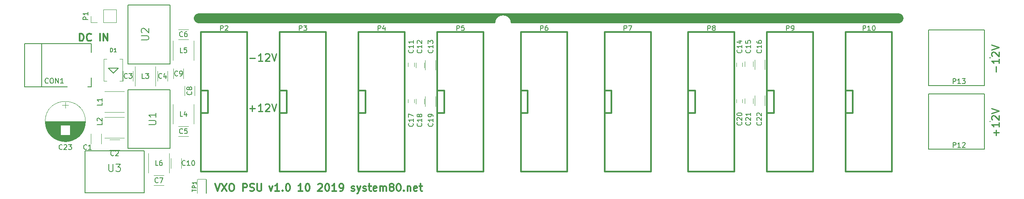
<source format=gto>
G04 #@! TF.FileFunction,Legend,Top*
%FSLAX46Y46*%
G04 Gerber Fmt 4.6, Leading zero omitted, Abs format (unit mm)*
G04 Created by KiCad (PCBNEW 4.0.2-stable) date 2019-10-18 11:27:55 AM*
%MOMM*%
G01*
G04 APERTURE LIST*
%ADD10C,0.200000*%
%ADD11C,0.250000*%
%ADD12C,0.300000*%
%ADD13C,2.000000*%
%ADD14C,0.120000*%
%ADD15C,0.066040*%
%ADD16C,0.101600*%
%ADD17C,0.203200*%
%ADD18C,0.150000*%
%ADD19C,0.304800*%
%ADD20C,0.299720*%
%ADD21C,0.152400*%
%ADD22C,3.200000*%
%ADD23R,1.700000X1.100000*%
%ADD24R,1.100000X1.700000*%
%ADD25R,2.497760X2.497760*%
%ADD26R,1.700000X2.900000*%
%ADD27C,1.850000*%
%ADD28R,1.850000X1.850000*%
%ADD29O,2.100000X1.600000*%
%ADD30R,2.100000X1.600000*%
%ADD31R,1.300000X4.000000*%
%ADD32R,4.000000X1.300000*%
%ADD33R,2.100000X4.100000*%
%ADD34R,2.100000X5.100000*%
%ADD35R,4.100000X2.100000*%
%ADD36R,1.800000X2.600000*%
%ADD37O,1.800000X2.600000*%
%ADD38R,0.850000X0.900000*%
%ADD39R,1.350000X1.100000*%
%ADD40R,1.700000X1.700000*%
%ADD41C,1.700000*%
%ADD42C,1.624000*%
%ADD43C,1.878000*%
G04 APERTURE END LIST*
D10*
D11*
X232857143Y-103842856D02*
X232857143Y-102699999D01*
X233428571Y-103271428D02*
X232285714Y-103271428D01*
X233428571Y-101199999D02*
X233428571Y-102057142D01*
X233428571Y-101628570D02*
X231928571Y-101628570D01*
X232142857Y-101771427D01*
X232285714Y-101914285D01*
X232357143Y-102057142D01*
X232071429Y-100628571D02*
X232000000Y-100557142D01*
X231928571Y-100414285D01*
X231928571Y-100057142D01*
X232000000Y-99914285D01*
X232071429Y-99842856D01*
X232214286Y-99771428D01*
X232357143Y-99771428D01*
X232571429Y-99842856D01*
X233428571Y-100699999D01*
X233428571Y-99771428D01*
X231928571Y-99342857D02*
X233428571Y-98842857D01*
X231928571Y-98342857D01*
X232857143Y-90892856D02*
X232857143Y-89749999D01*
X233428571Y-88249999D02*
X233428571Y-89107142D01*
X233428571Y-88678570D02*
X231928571Y-88678570D01*
X232142857Y-88821427D01*
X232285714Y-88964285D01*
X232357143Y-89107142D01*
X232071429Y-87678571D02*
X232000000Y-87607142D01*
X231928571Y-87464285D01*
X231928571Y-87107142D01*
X232000000Y-86964285D01*
X232071429Y-86892856D01*
X232214286Y-86821428D01*
X232357143Y-86821428D01*
X232571429Y-86892856D01*
X233428571Y-87749999D01*
X233428571Y-86821428D01*
X231928571Y-86392857D02*
X233428571Y-85892857D01*
X231928571Y-85392857D01*
X81157144Y-98357143D02*
X82300001Y-98357143D01*
X81728572Y-98928571D02*
X81728572Y-97785714D01*
X83800001Y-98928571D02*
X82942858Y-98928571D01*
X83371430Y-98928571D02*
X83371430Y-97428571D01*
X83228573Y-97642857D01*
X83085715Y-97785714D01*
X82942858Y-97857143D01*
X84371429Y-97571429D02*
X84442858Y-97500000D01*
X84585715Y-97428571D01*
X84942858Y-97428571D01*
X85085715Y-97500000D01*
X85157144Y-97571429D01*
X85228572Y-97714286D01*
X85228572Y-97857143D01*
X85157144Y-98071429D01*
X84300001Y-98928571D01*
X85228572Y-98928571D01*
X85657143Y-97428571D02*
X86157143Y-98928571D01*
X86657143Y-97428571D01*
D12*
X74178572Y-113678571D02*
X74678572Y-115178571D01*
X75178572Y-113678571D01*
X75535715Y-113678571D02*
X76535715Y-115178571D01*
X76535715Y-113678571D02*
X75535715Y-115178571D01*
X77392857Y-113678571D02*
X77678571Y-113678571D01*
X77821429Y-113750000D01*
X77964286Y-113892857D01*
X78035714Y-114178571D01*
X78035714Y-114678571D01*
X77964286Y-114964286D01*
X77821429Y-115107143D01*
X77678571Y-115178571D01*
X77392857Y-115178571D01*
X77250000Y-115107143D01*
X77107143Y-114964286D01*
X77035714Y-114678571D01*
X77035714Y-114178571D01*
X77107143Y-113892857D01*
X77250000Y-113750000D01*
X77392857Y-113678571D01*
X79821429Y-115178571D02*
X79821429Y-113678571D01*
X80392857Y-113678571D01*
X80535715Y-113750000D01*
X80607143Y-113821429D01*
X80678572Y-113964286D01*
X80678572Y-114178571D01*
X80607143Y-114321429D01*
X80535715Y-114392857D01*
X80392857Y-114464286D01*
X79821429Y-114464286D01*
X81250000Y-115107143D02*
X81464286Y-115178571D01*
X81821429Y-115178571D01*
X81964286Y-115107143D01*
X82035715Y-115035714D01*
X82107143Y-114892857D01*
X82107143Y-114750000D01*
X82035715Y-114607143D01*
X81964286Y-114535714D01*
X81821429Y-114464286D01*
X81535715Y-114392857D01*
X81392857Y-114321429D01*
X81321429Y-114250000D01*
X81250000Y-114107143D01*
X81250000Y-113964286D01*
X81321429Y-113821429D01*
X81392857Y-113750000D01*
X81535715Y-113678571D01*
X81892857Y-113678571D01*
X82107143Y-113750000D01*
X82750000Y-113678571D02*
X82750000Y-114892857D01*
X82821428Y-115035714D01*
X82892857Y-115107143D01*
X83035714Y-115178571D01*
X83321428Y-115178571D01*
X83464286Y-115107143D01*
X83535714Y-115035714D01*
X83607143Y-114892857D01*
X83607143Y-113678571D01*
X85178574Y-114178571D02*
X85535717Y-115178571D01*
X85892859Y-114178571D01*
X87250002Y-115178571D02*
X86392859Y-115178571D01*
X86821431Y-115178571D02*
X86821431Y-113678571D01*
X86678574Y-113892857D01*
X86535716Y-114035714D01*
X86392859Y-114107143D01*
X87892859Y-115035714D02*
X87964287Y-115107143D01*
X87892859Y-115178571D01*
X87821430Y-115107143D01*
X87892859Y-115035714D01*
X87892859Y-115178571D01*
X88892859Y-113678571D02*
X89035716Y-113678571D01*
X89178573Y-113750000D01*
X89250002Y-113821429D01*
X89321431Y-113964286D01*
X89392859Y-114250000D01*
X89392859Y-114607143D01*
X89321431Y-114892857D01*
X89250002Y-115035714D01*
X89178573Y-115107143D01*
X89035716Y-115178571D01*
X88892859Y-115178571D01*
X88750002Y-115107143D01*
X88678573Y-115035714D01*
X88607145Y-114892857D01*
X88535716Y-114607143D01*
X88535716Y-114250000D01*
X88607145Y-113964286D01*
X88678573Y-113821429D01*
X88750002Y-113750000D01*
X88892859Y-113678571D01*
X91964287Y-115178571D02*
X91107144Y-115178571D01*
X91535716Y-115178571D02*
X91535716Y-113678571D01*
X91392859Y-113892857D01*
X91250001Y-114035714D01*
X91107144Y-114107143D01*
X92892858Y-113678571D02*
X93035715Y-113678571D01*
X93178572Y-113750000D01*
X93250001Y-113821429D01*
X93321430Y-113964286D01*
X93392858Y-114250000D01*
X93392858Y-114607143D01*
X93321430Y-114892857D01*
X93250001Y-115035714D01*
X93178572Y-115107143D01*
X93035715Y-115178571D01*
X92892858Y-115178571D01*
X92750001Y-115107143D01*
X92678572Y-115035714D01*
X92607144Y-114892857D01*
X92535715Y-114607143D01*
X92535715Y-114250000D01*
X92607144Y-113964286D01*
X92678572Y-113821429D01*
X92750001Y-113750000D01*
X92892858Y-113678571D01*
X95107143Y-113821429D02*
X95178572Y-113750000D01*
X95321429Y-113678571D01*
X95678572Y-113678571D01*
X95821429Y-113750000D01*
X95892858Y-113821429D01*
X95964286Y-113964286D01*
X95964286Y-114107143D01*
X95892858Y-114321429D01*
X95035715Y-115178571D01*
X95964286Y-115178571D01*
X96892857Y-113678571D02*
X97035714Y-113678571D01*
X97178571Y-113750000D01*
X97250000Y-113821429D01*
X97321429Y-113964286D01*
X97392857Y-114250000D01*
X97392857Y-114607143D01*
X97321429Y-114892857D01*
X97250000Y-115035714D01*
X97178571Y-115107143D01*
X97035714Y-115178571D01*
X96892857Y-115178571D01*
X96750000Y-115107143D01*
X96678571Y-115035714D01*
X96607143Y-114892857D01*
X96535714Y-114607143D01*
X96535714Y-114250000D01*
X96607143Y-113964286D01*
X96678571Y-113821429D01*
X96750000Y-113750000D01*
X96892857Y-113678571D01*
X98821428Y-115178571D02*
X97964285Y-115178571D01*
X98392857Y-115178571D02*
X98392857Y-113678571D01*
X98250000Y-113892857D01*
X98107142Y-114035714D01*
X97964285Y-114107143D01*
X99535713Y-115178571D02*
X99821428Y-115178571D01*
X99964285Y-115107143D01*
X100035713Y-115035714D01*
X100178571Y-114821429D01*
X100249999Y-114535714D01*
X100249999Y-113964286D01*
X100178571Y-113821429D01*
X100107142Y-113750000D01*
X99964285Y-113678571D01*
X99678571Y-113678571D01*
X99535713Y-113750000D01*
X99464285Y-113821429D01*
X99392856Y-113964286D01*
X99392856Y-114321429D01*
X99464285Y-114464286D01*
X99535713Y-114535714D01*
X99678571Y-114607143D01*
X99964285Y-114607143D01*
X100107142Y-114535714D01*
X100178571Y-114464286D01*
X100249999Y-114321429D01*
X101892857Y-115107143D02*
X102035714Y-115178571D01*
X102321429Y-115178571D01*
X102464286Y-115107143D01*
X102535714Y-114964286D01*
X102535714Y-114892857D01*
X102464286Y-114750000D01*
X102321429Y-114678571D01*
X102107143Y-114678571D01*
X101964286Y-114607143D01*
X101892857Y-114464286D01*
X101892857Y-114392857D01*
X101964286Y-114250000D01*
X102107143Y-114178571D01*
X102321429Y-114178571D01*
X102464286Y-114250000D01*
X103035715Y-114178571D02*
X103392858Y-115178571D01*
X103750000Y-114178571D02*
X103392858Y-115178571D01*
X103250000Y-115535714D01*
X103178572Y-115607143D01*
X103035715Y-115678571D01*
X104250000Y-115107143D02*
X104392857Y-115178571D01*
X104678572Y-115178571D01*
X104821429Y-115107143D01*
X104892857Y-114964286D01*
X104892857Y-114892857D01*
X104821429Y-114750000D01*
X104678572Y-114678571D01*
X104464286Y-114678571D01*
X104321429Y-114607143D01*
X104250000Y-114464286D01*
X104250000Y-114392857D01*
X104321429Y-114250000D01*
X104464286Y-114178571D01*
X104678572Y-114178571D01*
X104821429Y-114250000D01*
X105321429Y-114178571D02*
X105892858Y-114178571D01*
X105535715Y-113678571D02*
X105535715Y-114964286D01*
X105607143Y-115107143D01*
X105750001Y-115178571D01*
X105892858Y-115178571D01*
X106964286Y-115107143D02*
X106821429Y-115178571D01*
X106535715Y-115178571D01*
X106392858Y-115107143D01*
X106321429Y-114964286D01*
X106321429Y-114392857D01*
X106392858Y-114250000D01*
X106535715Y-114178571D01*
X106821429Y-114178571D01*
X106964286Y-114250000D01*
X107035715Y-114392857D01*
X107035715Y-114535714D01*
X106321429Y-114678571D01*
X107678572Y-115178571D02*
X107678572Y-114178571D01*
X107678572Y-114321429D02*
X107750000Y-114250000D01*
X107892858Y-114178571D01*
X108107143Y-114178571D01*
X108250000Y-114250000D01*
X108321429Y-114392857D01*
X108321429Y-115178571D01*
X108321429Y-114392857D02*
X108392858Y-114250000D01*
X108535715Y-114178571D01*
X108750000Y-114178571D01*
X108892858Y-114250000D01*
X108964286Y-114392857D01*
X108964286Y-115178571D01*
X109892858Y-114321429D02*
X109750000Y-114250000D01*
X109678572Y-114178571D01*
X109607143Y-114035714D01*
X109607143Y-113964286D01*
X109678572Y-113821429D01*
X109750000Y-113750000D01*
X109892858Y-113678571D01*
X110178572Y-113678571D01*
X110321429Y-113750000D01*
X110392858Y-113821429D01*
X110464286Y-113964286D01*
X110464286Y-114035714D01*
X110392858Y-114178571D01*
X110321429Y-114250000D01*
X110178572Y-114321429D01*
X109892858Y-114321429D01*
X109750000Y-114392857D01*
X109678572Y-114464286D01*
X109607143Y-114607143D01*
X109607143Y-114892857D01*
X109678572Y-115035714D01*
X109750000Y-115107143D01*
X109892858Y-115178571D01*
X110178572Y-115178571D01*
X110321429Y-115107143D01*
X110392858Y-115035714D01*
X110464286Y-114892857D01*
X110464286Y-114607143D01*
X110392858Y-114464286D01*
X110321429Y-114392857D01*
X110178572Y-114321429D01*
X111392857Y-113678571D02*
X111535714Y-113678571D01*
X111678571Y-113750000D01*
X111750000Y-113821429D01*
X111821429Y-113964286D01*
X111892857Y-114250000D01*
X111892857Y-114607143D01*
X111821429Y-114892857D01*
X111750000Y-115035714D01*
X111678571Y-115107143D01*
X111535714Y-115178571D01*
X111392857Y-115178571D01*
X111250000Y-115107143D01*
X111178571Y-115035714D01*
X111107143Y-114892857D01*
X111035714Y-114607143D01*
X111035714Y-114250000D01*
X111107143Y-113964286D01*
X111178571Y-113821429D01*
X111250000Y-113750000D01*
X111392857Y-113678571D01*
X112535714Y-115035714D02*
X112607142Y-115107143D01*
X112535714Y-115178571D01*
X112464285Y-115107143D01*
X112535714Y-115035714D01*
X112535714Y-115178571D01*
X113250000Y-114178571D02*
X113250000Y-115178571D01*
X113250000Y-114321429D02*
X113321428Y-114250000D01*
X113464286Y-114178571D01*
X113678571Y-114178571D01*
X113821428Y-114250000D01*
X113892857Y-114392857D01*
X113892857Y-115178571D01*
X115178571Y-115107143D02*
X115035714Y-115178571D01*
X114750000Y-115178571D01*
X114607143Y-115107143D01*
X114535714Y-114964286D01*
X114535714Y-114392857D01*
X114607143Y-114250000D01*
X114750000Y-114178571D01*
X115035714Y-114178571D01*
X115178571Y-114250000D01*
X115250000Y-114392857D01*
X115250000Y-114535714D01*
X114535714Y-114678571D01*
X115678571Y-114178571D02*
X116250000Y-114178571D01*
X115892857Y-113678571D02*
X115892857Y-114964286D01*
X115964285Y-115107143D01*
X116107143Y-115178571D01*
X116250000Y-115178571D01*
X46642857Y-84578571D02*
X46642857Y-83078571D01*
X47000000Y-83078571D01*
X47214285Y-83150000D01*
X47357143Y-83292857D01*
X47428571Y-83435714D01*
X47500000Y-83721429D01*
X47500000Y-83935714D01*
X47428571Y-84221429D01*
X47357143Y-84364286D01*
X47214285Y-84507143D01*
X47000000Y-84578571D01*
X46642857Y-84578571D01*
X49000000Y-84435714D02*
X48928571Y-84507143D01*
X48714285Y-84578571D01*
X48571428Y-84578571D01*
X48357143Y-84507143D01*
X48214285Y-84364286D01*
X48142857Y-84221429D01*
X48071428Y-83935714D01*
X48071428Y-83721429D01*
X48142857Y-83435714D01*
X48214285Y-83292857D01*
X48357143Y-83150000D01*
X48571428Y-83078571D01*
X48714285Y-83078571D01*
X48928571Y-83150000D01*
X49000000Y-83221429D01*
X50785714Y-84578571D02*
X50785714Y-83078571D01*
X51500000Y-84578571D02*
X51500000Y-83078571D01*
X52357143Y-84578571D01*
X52357143Y-83078571D01*
D11*
X81157144Y-88107143D02*
X82300001Y-88107143D01*
X83800001Y-88678571D02*
X82942858Y-88678571D01*
X83371430Y-88678571D02*
X83371430Y-87178571D01*
X83228573Y-87392857D01*
X83085715Y-87535714D01*
X82942858Y-87607143D01*
X84371429Y-87321429D02*
X84442858Y-87250000D01*
X84585715Y-87178571D01*
X84942858Y-87178571D01*
X85085715Y-87250000D01*
X85157144Y-87321429D01*
X85228572Y-87464286D01*
X85228572Y-87607143D01*
X85157144Y-87821429D01*
X84300001Y-88678571D01*
X85228572Y-88678571D01*
X85657143Y-87178571D02*
X86157143Y-88678571D01*
X86657143Y-87178571D01*
D13*
X70840000Y-80000000D02*
X213000000Y-80000000D01*
D14*
X51020000Y-105500000D02*
X51020000Y-103500000D01*
X48980000Y-103500000D02*
X48980000Y-105500000D01*
X52750000Y-106770000D02*
X54750000Y-106770000D01*
X54750000Y-104730000D02*
X52750000Y-104730000D01*
X55480000Y-90750000D02*
X55480000Y-92750000D01*
X57520000Y-92750000D02*
X57520000Y-90750000D01*
X62480000Y-90750000D02*
X62480000Y-92750000D01*
X64520000Y-92750000D02*
X64520000Y-90750000D01*
X68750000Y-101980000D02*
X66750000Y-101980000D01*
X66750000Y-104020000D02*
X68750000Y-104020000D01*
X66750000Y-84270000D02*
X68750000Y-84270000D01*
X68750000Y-82230000D02*
X66750000Y-82230000D01*
X63750000Y-111980000D02*
X61750000Y-111980000D01*
X61750000Y-114020000D02*
X63750000Y-114020000D01*
X67980000Y-93750000D02*
X67980000Y-95750000D01*
X70020000Y-95750000D02*
X70020000Y-93750000D01*
X65730000Y-90250000D02*
X65730000Y-92250000D01*
X67770000Y-92250000D02*
X67770000Y-90250000D01*
X67270000Y-110500000D02*
X67270000Y-108500000D01*
X65230000Y-108500000D02*
X65230000Y-110500000D01*
D15*
X54589660Y-92760600D02*
X52410340Y-92760600D01*
X54589660Y-88239400D02*
X52410340Y-88239400D01*
X55399920Y-91848740D02*
X55399920Y-91297560D01*
X51600080Y-91848740D02*
X51600080Y-91297560D01*
D16*
X51595000Y-92760600D02*
X51595000Y-88239400D01*
X55405000Y-92760600D02*
X55405000Y-88239400D01*
X55405000Y-92760600D02*
X51595000Y-92760600D01*
X55405000Y-88239400D02*
X51595000Y-88239400D01*
D17*
X52501780Y-90109500D02*
X53500000Y-91128040D01*
X53500000Y-91128040D02*
X54498220Y-90109500D01*
X54498220Y-90109500D02*
X52501780Y-90109500D01*
D18*
X72400000Y-115650000D02*
X72400000Y-112850000D01*
X70600000Y-115650000D02*
X70600000Y-112850000D01*
X70600000Y-112850000D02*
X72400000Y-112850000D01*
X72400000Y-115650000D02*
X70600000Y-115650000D01*
X56500000Y-100500000D02*
X56500000Y-94500000D01*
X56500000Y-94500000D02*
X65000000Y-94500000D01*
X65000000Y-94500000D02*
X65000000Y-106500000D01*
X65000000Y-106500000D02*
X56500000Y-106500000D01*
X56500000Y-106500000D02*
X56500000Y-100500000D01*
X65000000Y-83250000D02*
X65000000Y-89250000D01*
X65000000Y-89250000D02*
X56500000Y-89250000D01*
X56500000Y-89250000D02*
X56500000Y-77250000D01*
X56500000Y-77250000D02*
X65000000Y-77250000D01*
X65000000Y-77250000D02*
X65000000Y-83250000D01*
X53750000Y-115500000D02*
X47750000Y-115500000D01*
X47750000Y-115500000D02*
X47750000Y-107000000D01*
X47750000Y-107000000D02*
X59750000Y-107000000D01*
X59750000Y-107000000D02*
X59750000Y-115500000D01*
X59750000Y-115500000D02*
X53750000Y-115500000D01*
D19*
X186300000Y-82800000D02*
X186300000Y-111200000D01*
X195700000Y-111200000D02*
X195700000Y-82800000D01*
X195700000Y-82800000D02*
X186300000Y-82800000D01*
X195700000Y-111200000D02*
X186300000Y-111200000D01*
D20*
X186300000Y-99300000D02*
X187700000Y-99300000D01*
X187700000Y-99300000D02*
X187700000Y-94700000D01*
X187700000Y-94700000D02*
X186300000Y-94700000D01*
D19*
X170300000Y-82800000D02*
X170300000Y-111200000D01*
X179700000Y-111200000D02*
X179700000Y-82800000D01*
X179700000Y-82800000D02*
X170300000Y-82800000D01*
X179700000Y-111200000D02*
X170300000Y-111200000D01*
D20*
X170300000Y-99300000D02*
X171700000Y-99300000D01*
X171700000Y-99300000D02*
X171700000Y-94700000D01*
X171700000Y-94700000D02*
X170300000Y-94700000D01*
D19*
X153300000Y-82800000D02*
X153300000Y-111200000D01*
X162700000Y-111200000D02*
X162700000Y-82800000D01*
X162700000Y-82800000D02*
X153300000Y-82800000D01*
X162700000Y-111200000D02*
X153300000Y-111200000D01*
D20*
X153300000Y-99300000D02*
X154700000Y-99300000D01*
X154700000Y-99300000D02*
X154700000Y-94700000D01*
X154700000Y-94700000D02*
X153300000Y-94700000D01*
D19*
X136300000Y-82800000D02*
X136300000Y-111200000D01*
X145700000Y-111200000D02*
X145700000Y-82800000D01*
X145700000Y-82800000D02*
X136300000Y-82800000D01*
X145700000Y-111200000D02*
X136300000Y-111200000D01*
D20*
X136300000Y-99300000D02*
X137700000Y-99300000D01*
X137700000Y-99300000D02*
X137700000Y-94700000D01*
X137700000Y-94700000D02*
X136300000Y-94700000D01*
D19*
X119300000Y-82800000D02*
X119300000Y-111200000D01*
X128700000Y-111200000D02*
X128700000Y-82800000D01*
X128700000Y-82800000D02*
X119300000Y-82800000D01*
X128700000Y-111200000D02*
X119300000Y-111200000D01*
D20*
X119300000Y-99300000D02*
X120700000Y-99300000D01*
X120700000Y-99300000D02*
X120700000Y-94700000D01*
X120700000Y-94700000D02*
X119300000Y-94700000D01*
D19*
X103300000Y-82800000D02*
X103300000Y-111200000D01*
X112700000Y-111200000D02*
X112700000Y-82800000D01*
X112700000Y-82800000D02*
X103300000Y-82800000D01*
X112700000Y-111200000D02*
X103300000Y-111200000D01*
D20*
X103300000Y-99300000D02*
X104700000Y-99300000D01*
X104700000Y-99300000D02*
X104700000Y-94700000D01*
X104700000Y-94700000D02*
X103300000Y-94700000D01*
D19*
X87300000Y-82800000D02*
X87300000Y-111200000D01*
X96700000Y-111200000D02*
X96700000Y-82800000D01*
X96700000Y-82800000D02*
X87300000Y-82800000D01*
X96700000Y-111200000D02*
X87300000Y-111200000D01*
D20*
X87300000Y-99300000D02*
X88700000Y-99300000D01*
X88700000Y-99300000D02*
X88700000Y-94700000D01*
X88700000Y-94700000D02*
X87300000Y-94700000D01*
D14*
X51750000Y-94900000D02*
X55750000Y-94900000D01*
X51750000Y-99100000D02*
X55750000Y-99100000D01*
X51750000Y-100150000D02*
X55750000Y-100150000D01*
X51750000Y-104350000D02*
X55750000Y-104350000D01*
X57900000Y-93750000D02*
X57900000Y-89750000D01*
X62100000Y-93750000D02*
X62100000Y-89750000D01*
D18*
X38910000Y-85100000D02*
X38910000Y-93900000D01*
X49010000Y-85100000D02*
X35510000Y-85100000D01*
X49010000Y-93900000D02*
X49010000Y-85100000D01*
X35510000Y-93900000D02*
X49010000Y-93900000D01*
X35510000Y-89500000D02*
X35510000Y-85100000D01*
X35510000Y-89500000D02*
X35510000Y-93900000D01*
D14*
X54120000Y-80830000D02*
X54120000Y-78170000D01*
X51520000Y-80830000D02*
X54120000Y-80830000D01*
X51520000Y-78170000D02*
X54120000Y-78170000D01*
X51520000Y-80830000D02*
X51520000Y-78170000D01*
X50250000Y-80830000D02*
X48920000Y-80830000D01*
X48920000Y-80830000D02*
X48920000Y-79500000D01*
X65650000Y-101500000D02*
X65650000Y-97500000D01*
X69850000Y-101500000D02*
X69850000Y-97500000D01*
X69850000Y-84500000D02*
X69850000Y-88500000D01*
X65650000Y-84500000D02*
X65650000Y-88500000D01*
X60650000Y-111500000D02*
X60650000Y-107500000D01*
X64850000Y-111500000D02*
X64850000Y-107500000D01*
D19*
X71300000Y-82800000D02*
X71300000Y-111200000D01*
X80700000Y-111200000D02*
X80700000Y-82800000D01*
X80700000Y-82800000D02*
X71300000Y-82800000D01*
X80700000Y-111200000D02*
X71300000Y-111200000D01*
D20*
X71300000Y-99300000D02*
X72700000Y-99300000D01*
X72700000Y-99300000D02*
X72700000Y-94700000D01*
X72700000Y-94700000D02*
X71300000Y-94700000D01*
D19*
X202300000Y-82800000D02*
X202300000Y-111200000D01*
X211700000Y-111200000D02*
X211700000Y-82800000D01*
X211700000Y-82800000D02*
X202300000Y-82800000D01*
X211700000Y-111200000D02*
X202300000Y-111200000D01*
D20*
X202300000Y-99300000D02*
X203700000Y-99300000D01*
X203700000Y-99300000D02*
X203700000Y-94700000D01*
X203700000Y-94700000D02*
X202300000Y-94700000D01*
D14*
X114600000Y-89050000D02*
X114600000Y-89750000D01*
X113400000Y-89750000D02*
X113400000Y-89050000D01*
X114950000Y-89000000D02*
X114950000Y-90000000D01*
X116650000Y-90000000D02*
X116650000Y-89000000D01*
X116880000Y-88500000D02*
X116880000Y-90500000D01*
X118920000Y-90500000D02*
X118920000Y-88500000D01*
X181300000Y-89050000D02*
X181300000Y-89750000D01*
X180100000Y-89750000D02*
X180100000Y-89050000D01*
X181750000Y-88800000D02*
X181750000Y-89800000D01*
X183450000Y-89800000D02*
X183450000Y-88800000D01*
X183780000Y-88400000D02*
X183780000Y-90400000D01*
X185820000Y-90400000D02*
X185820000Y-88400000D01*
X114600000Y-96450000D02*
X114600000Y-97150000D01*
X113400000Y-97150000D02*
X113400000Y-96450000D01*
X114950000Y-96400000D02*
X114950000Y-97400000D01*
X116650000Y-97400000D02*
X116650000Y-96400000D01*
X116880000Y-95900000D02*
X116880000Y-97900000D01*
X118920000Y-97900000D02*
X118920000Y-95900000D01*
X181300000Y-96450000D02*
X181300000Y-97150000D01*
X180100000Y-97150000D02*
X180100000Y-96450000D01*
X181750000Y-96300000D02*
X181750000Y-97300000D01*
X183450000Y-97300000D02*
X183450000Y-96300000D01*
X183780000Y-95750000D02*
X183780000Y-97750000D01*
X185820000Y-97750000D02*
X185820000Y-95750000D01*
X47840000Y-101000000D02*
G75*
G03X47840000Y-101000000I-4090000J0D01*
G01*
X47800000Y-101000000D02*
X39700000Y-101000000D01*
X47800000Y-101040000D02*
X39700000Y-101040000D01*
X47800000Y-101080000D02*
X39700000Y-101080000D01*
X47799000Y-101120000D02*
X39701000Y-101120000D01*
X47797000Y-101160000D02*
X39703000Y-101160000D01*
X47796000Y-101200000D02*
X39704000Y-101200000D01*
X47793000Y-101240000D02*
X39707000Y-101240000D01*
X47791000Y-101280000D02*
X39709000Y-101280000D01*
X47788000Y-101320000D02*
X39712000Y-101320000D01*
X47785000Y-101360000D02*
X39715000Y-101360000D01*
X47781000Y-101400000D02*
X39719000Y-101400000D01*
X47777000Y-101440000D02*
X39723000Y-101440000D01*
X47772000Y-101480000D02*
X39728000Y-101480000D01*
X47767000Y-101520000D02*
X39733000Y-101520000D01*
X47762000Y-101560000D02*
X39738000Y-101560000D01*
X47756000Y-101600000D02*
X39744000Y-101600000D01*
X47750000Y-101640000D02*
X39750000Y-101640000D01*
X47744000Y-101680000D02*
X39756000Y-101680000D01*
X47737000Y-101721000D02*
X39763000Y-101721000D01*
X47729000Y-101761000D02*
X39771000Y-101761000D01*
X47721000Y-101801000D02*
X44730000Y-101801000D01*
X42770000Y-101801000D02*
X39779000Y-101801000D01*
X47713000Y-101841000D02*
X44730000Y-101841000D01*
X42770000Y-101841000D02*
X39787000Y-101841000D01*
X47705000Y-101881000D02*
X44730000Y-101881000D01*
X42770000Y-101881000D02*
X39795000Y-101881000D01*
X47696000Y-101921000D02*
X44730000Y-101921000D01*
X42770000Y-101921000D02*
X39804000Y-101921000D01*
X47686000Y-101961000D02*
X44730000Y-101961000D01*
X42770000Y-101961000D02*
X39814000Y-101961000D01*
X47676000Y-102001000D02*
X44730000Y-102001000D01*
X42770000Y-102001000D02*
X39824000Y-102001000D01*
X47666000Y-102041000D02*
X44730000Y-102041000D01*
X42770000Y-102041000D02*
X39834000Y-102041000D01*
X47655000Y-102081000D02*
X44730000Y-102081000D01*
X42770000Y-102081000D02*
X39845000Y-102081000D01*
X47644000Y-102121000D02*
X44730000Y-102121000D01*
X42770000Y-102121000D02*
X39856000Y-102121000D01*
X47633000Y-102161000D02*
X44730000Y-102161000D01*
X42770000Y-102161000D02*
X39867000Y-102161000D01*
X47620000Y-102201000D02*
X44730000Y-102201000D01*
X42770000Y-102201000D02*
X39880000Y-102201000D01*
X47608000Y-102241000D02*
X44730000Y-102241000D01*
X42770000Y-102241000D02*
X39892000Y-102241000D01*
X47595000Y-102281000D02*
X44730000Y-102281000D01*
X42770000Y-102281000D02*
X39905000Y-102281000D01*
X47582000Y-102321000D02*
X44730000Y-102321000D01*
X42770000Y-102321000D02*
X39918000Y-102321000D01*
X47568000Y-102361000D02*
X44730000Y-102361000D01*
X42770000Y-102361000D02*
X39932000Y-102361000D01*
X47553000Y-102401000D02*
X44730000Y-102401000D01*
X42770000Y-102401000D02*
X39947000Y-102401000D01*
X47539000Y-102441000D02*
X44730000Y-102441000D01*
X42770000Y-102441000D02*
X39961000Y-102441000D01*
X47523000Y-102481000D02*
X44730000Y-102481000D01*
X42770000Y-102481000D02*
X39977000Y-102481000D01*
X47508000Y-102521000D02*
X44730000Y-102521000D01*
X42770000Y-102521000D02*
X39992000Y-102521000D01*
X47491000Y-102561000D02*
X44730000Y-102561000D01*
X42770000Y-102561000D02*
X40009000Y-102561000D01*
X47475000Y-102601000D02*
X44730000Y-102601000D01*
X42770000Y-102601000D02*
X40025000Y-102601000D01*
X47457000Y-102641000D02*
X44730000Y-102641000D01*
X42770000Y-102641000D02*
X40043000Y-102641000D01*
X47440000Y-102681000D02*
X44730000Y-102681000D01*
X42770000Y-102681000D02*
X40060000Y-102681000D01*
X47421000Y-102721000D02*
X44730000Y-102721000D01*
X42770000Y-102721000D02*
X40079000Y-102721000D01*
X47402000Y-102761000D02*
X44730000Y-102761000D01*
X42770000Y-102761000D02*
X40098000Y-102761000D01*
X47383000Y-102801000D02*
X44730000Y-102801000D01*
X42770000Y-102801000D02*
X40117000Y-102801000D01*
X47363000Y-102841000D02*
X44730000Y-102841000D01*
X42770000Y-102841000D02*
X40137000Y-102841000D01*
X47343000Y-102881000D02*
X44730000Y-102881000D01*
X42770000Y-102881000D02*
X40157000Y-102881000D01*
X47322000Y-102921000D02*
X44730000Y-102921000D01*
X42770000Y-102921000D02*
X40178000Y-102921000D01*
X47300000Y-102961000D02*
X44730000Y-102961000D01*
X42770000Y-102961000D02*
X40200000Y-102961000D01*
X47278000Y-103001000D02*
X44730000Y-103001000D01*
X42770000Y-103001000D02*
X40222000Y-103001000D01*
X47255000Y-103041000D02*
X44730000Y-103041000D01*
X42770000Y-103041000D02*
X40245000Y-103041000D01*
X47232000Y-103081000D02*
X44730000Y-103081000D01*
X42770000Y-103081000D02*
X40268000Y-103081000D01*
X47208000Y-103121000D02*
X44730000Y-103121000D01*
X42770000Y-103121000D02*
X40292000Y-103121000D01*
X47184000Y-103161000D02*
X44730000Y-103161000D01*
X42770000Y-103161000D02*
X40316000Y-103161000D01*
X47158000Y-103201000D02*
X44730000Y-103201000D01*
X42770000Y-103201000D02*
X40342000Y-103201000D01*
X47133000Y-103241000D02*
X44730000Y-103241000D01*
X42770000Y-103241000D02*
X40367000Y-103241000D01*
X47106000Y-103281000D02*
X44730000Y-103281000D01*
X42770000Y-103281000D02*
X40394000Y-103281000D01*
X47079000Y-103321000D02*
X44730000Y-103321000D01*
X42770000Y-103321000D02*
X40421000Y-103321000D01*
X47051000Y-103361000D02*
X44730000Y-103361000D01*
X42770000Y-103361000D02*
X40449000Y-103361000D01*
X47022000Y-103401000D02*
X44730000Y-103401000D01*
X42770000Y-103401000D02*
X40478000Y-103401000D01*
X46993000Y-103441000D02*
X44730000Y-103441000D01*
X42770000Y-103441000D02*
X40507000Y-103441000D01*
X46963000Y-103481000D02*
X44730000Y-103481000D01*
X42770000Y-103481000D02*
X40537000Y-103481000D01*
X46932000Y-103521000D02*
X44730000Y-103521000D01*
X42770000Y-103521000D02*
X40568000Y-103521000D01*
X46900000Y-103561000D02*
X44730000Y-103561000D01*
X42770000Y-103561000D02*
X40600000Y-103561000D01*
X46868000Y-103601000D02*
X44730000Y-103601000D01*
X42770000Y-103601000D02*
X40632000Y-103601000D01*
X46834000Y-103641000D02*
X44730000Y-103641000D01*
X42770000Y-103641000D02*
X40666000Y-103641000D01*
X46800000Y-103681000D02*
X44730000Y-103681000D01*
X42770000Y-103681000D02*
X40700000Y-103681000D01*
X46765000Y-103721000D02*
X44730000Y-103721000D01*
X42770000Y-103721000D02*
X40735000Y-103721000D01*
X46729000Y-103761000D02*
X40771000Y-103761000D01*
X46692000Y-103801000D02*
X40808000Y-103801000D01*
X46654000Y-103841000D02*
X40846000Y-103841000D01*
X46615000Y-103881000D02*
X40885000Y-103881000D01*
X46574000Y-103921000D02*
X40926000Y-103921000D01*
X46533000Y-103961000D02*
X40967000Y-103961000D01*
X46490000Y-104001000D02*
X41010000Y-104001000D01*
X46447000Y-104041000D02*
X41053000Y-104041000D01*
X46402000Y-104081000D02*
X41098000Y-104081000D01*
X46355000Y-104121000D02*
X41145000Y-104121000D01*
X46307000Y-104161000D02*
X41193000Y-104161000D01*
X46258000Y-104201000D02*
X41242000Y-104201000D01*
X46207000Y-104241000D02*
X41293000Y-104241000D01*
X46154000Y-104281000D02*
X41346000Y-104281000D01*
X46099000Y-104321000D02*
X41401000Y-104321000D01*
X46043000Y-104361000D02*
X41457000Y-104361000D01*
X45984000Y-104401000D02*
X41516000Y-104401000D01*
X45923000Y-104441000D02*
X41577000Y-104441000D01*
X45859000Y-104481000D02*
X41641000Y-104481000D01*
X45793000Y-104521000D02*
X41707000Y-104521000D01*
X45724000Y-104561000D02*
X41776000Y-104561000D01*
X45652000Y-104601000D02*
X41848000Y-104601000D01*
X45576000Y-104641000D02*
X41924000Y-104641000D01*
X45495000Y-104681000D02*
X42005000Y-104681000D01*
X45410000Y-104721000D02*
X42090000Y-104721000D01*
X45320000Y-104761000D02*
X42180000Y-104761000D01*
X45223000Y-104801000D02*
X42277000Y-104801000D01*
X45119000Y-104841000D02*
X42381000Y-104841000D01*
X45004000Y-104881000D02*
X42496000Y-104881000D01*
X44877000Y-104921000D02*
X42623000Y-104921000D01*
X44733000Y-104961000D02*
X42767000Y-104961000D01*
X44564000Y-105001000D02*
X42936000Y-105001000D01*
X44348000Y-105041000D02*
X43152000Y-105041000D01*
X43996000Y-105081000D02*
X43504000Y-105081000D01*
X43750000Y-97050000D02*
X43750000Y-98250000D01*
X44400000Y-97650000D02*
X43100000Y-97650000D01*
D21*
X219133001Y-106666999D02*
X230466999Y-106666999D01*
X230466999Y-106666999D02*
X230466999Y-95333001D01*
X230466999Y-95333001D02*
X219133001Y-95333001D01*
X219133001Y-95333001D02*
X219133001Y-106666999D01*
X231686201Y-101000000D02*
G75*
G03X231686201Y-101000000I-76200J0D01*
G01*
X219133001Y-93666999D02*
X230466999Y-93666999D01*
X230466999Y-93666999D02*
X230466999Y-82333001D01*
X230466999Y-82333001D02*
X219133001Y-82333001D01*
X219133001Y-82333001D02*
X219133001Y-93666999D01*
X231686201Y-88000000D02*
G75*
G03X231686201Y-88000000I-76200J0D01*
G01*
D18*
X48083334Y-106607143D02*
X48035715Y-106654762D01*
X47892858Y-106702381D01*
X47797620Y-106702381D01*
X47654762Y-106654762D01*
X47559524Y-106559524D01*
X47511905Y-106464286D01*
X47464286Y-106273810D01*
X47464286Y-106130952D01*
X47511905Y-105940476D01*
X47559524Y-105845238D01*
X47654762Y-105750000D01*
X47797620Y-105702381D01*
X47892858Y-105702381D01*
X48035715Y-105750000D01*
X48083334Y-105797619D01*
X49035715Y-106702381D02*
X48464286Y-106702381D01*
X48750000Y-106702381D02*
X48750000Y-105702381D01*
X48654762Y-105845238D01*
X48559524Y-105940476D01*
X48464286Y-105988095D01*
X53583334Y-107857143D02*
X53535715Y-107904762D01*
X53392858Y-107952381D01*
X53297620Y-107952381D01*
X53154762Y-107904762D01*
X53059524Y-107809524D01*
X53011905Y-107714286D01*
X52964286Y-107523810D01*
X52964286Y-107380952D01*
X53011905Y-107190476D01*
X53059524Y-107095238D01*
X53154762Y-107000000D01*
X53297620Y-106952381D01*
X53392858Y-106952381D01*
X53535715Y-107000000D01*
X53583334Y-107047619D01*
X53964286Y-107047619D02*
X54011905Y-107000000D01*
X54107143Y-106952381D01*
X54345239Y-106952381D01*
X54440477Y-107000000D01*
X54488096Y-107047619D01*
X54535715Y-107142857D01*
X54535715Y-107238095D01*
X54488096Y-107380952D01*
X53916667Y-107952381D01*
X54535715Y-107952381D01*
X56333334Y-92107143D02*
X56285715Y-92154762D01*
X56142858Y-92202381D01*
X56047620Y-92202381D01*
X55904762Y-92154762D01*
X55809524Y-92059524D01*
X55761905Y-91964286D01*
X55714286Y-91773810D01*
X55714286Y-91630952D01*
X55761905Y-91440476D01*
X55809524Y-91345238D01*
X55904762Y-91250000D01*
X56047620Y-91202381D01*
X56142858Y-91202381D01*
X56285715Y-91250000D01*
X56333334Y-91297619D01*
X56666667Y-91202381D02*
X57285715Y-91202381D01*
X56952381Y-91583333D01*
X57095239Y-91583333D01*
X57190477Y-91630952D01*
X57238096Y-91678571D01*
X57285715Y-91773810D01*
X57285715Y-92011905D01*
X57238096Y-92107143D01*
X57190477Y-92154762D01*
X57095239Y-92202381D01*
X56809524Y-92202381D01*
X56714286Y-92154762D01*
X56666667Y-92107143D01*
X63333334Y-92107143D02*
X63285715Y-92154762D01*
X63142858Y-92202381D01*
X63047620Y-92202381D01*
X62904762Y-92154762D01*
X62809524Y-92059524D01*
X62761905Y-91964286D01*
X62714286Y-91773810D01*
X62714286Y-91630952D01*
X62761905Y-91440476D01*
X62809524Y-91345238D01*
X62904762Y-91250000D01*
X63047620Y-91202381D01*
X63142858Y-91202381D01*
X63285715Y-91250000D01*
X63333334Y-91297619D01*
X64190477Y-91535714D02*
X64190477Y-92202381D01*
X63952381Y-91154762D02*
X63714286Y-91869048D01*
X64333334Y-91869048D01*
X67583334Y-103357143D02*
X67535715Y-103404762D01*
X67392858Y-103452381D01*
X67297620Y-103452381D01*
X67154762Y-103404762D01*
X67059524Y-103309524D01*
X67011905Y-103214286D01*
X66964286Y-103023810D01*
X66964286Y-102880952D01*
X67011905Y-102690476D01*
X67059524Y-102595238D01*
X67154762Y-102500000D01*
X67297620Y-102452381D01*
X67392858Y-102452381D01*
X67535715Y-102500000D01*
X67583334Y-102547619D01*
X68488096Y-102452381D02*
X68011905Y-102452381D01*
X67964286Y-102928571D01*
X68011905Y-102880952D01*
X68107143Y-102833333D01*
X68345239Y-102833333D01*
X68440477Y-102880952D01*
X68488096Y-102928571D01*
X68535715Y-103023810D01*
X68535715Y-103261905D01*
X68488096Y-103357143D01*
X68440477Y-103404762D01*
X68345239Y-103452381D01*
X68107143Y-103452381D01*
X68011905Y-103404762D01*
X67964286Y-103357143D01*
X67583334Y-83607143D02*
X67535715Y-83654762D01*
X67392858Y-83702381D01*
X67297620Y-83702381D01*
X67154762Y-83654762D01*
X67059524Y-83559524D01*
X67011905Y-83464286D01*
X66964286Y-83273810D01*
X66964286Y-83130952D01*
X67011905Y-82940476D01*
X67059524Y-82845238D01*
X67154762Y-82750000D01*
X67297620Y-82702381D01*
X67392858Y-82702381D01*
X67535715Y-82750000D01*
X67583334Y-82797619D01*
X68440477Y-82702381D02*
X68250000Y-82702381D01*
X68154762Y-82750000D01*
X68107143Y-82797619D01*
X68011905Y-82940476D01*
X67964286Y-83130952D01*
X67964286Y-83511905D01*
X68011905Y-83607143D01*
X68059524Y-83654762D01*
X68154762Y-83702381D01*
X68345239Y-83702381D01*
X68440477Y-83654762D01*
X68488096Y-83607143D01*
X68535715Y-83511905D01*
X68535715Y-83273810D01*
X68488096Y-83178571D01*
X68440477Y-83130952D01*
X68345239Y-83083333D01*
X68154762Y-83083333D01*
X68059524Y-83130952D01*
X68011905Y-83178571D01*
X67964286Y-83273810D01*
X62583334Y-113357143D02*
X62535715Y-113404762D01*
X62392858Y-113452381D01*
X62297620Y-113452381D01*
X62154762Y-113404762D01*
X62059524Y-113309524D01*
X62011905Y-113214286D01*
X61964286Y-113023810D01*
X61964286Y-112880952D01*
X62011905Y-112690476D01*
X62059524Y-112595238D01*
X62154762Y-112500000D01*
X62297620Y-112452381D01*
X62392858Y-112452381D01*
X62535715Y-112500000D01*
X62583334Y-112547619D01*
X62916667Y-112452381D02*
X63583334Y-112452381D01*
X63154762Y-113452381D01*
X69357143Y-94916666D02*
X69404762Y-94964285D01*
X69452381Y-95107142D01*
X69452381Y-95202380D01*
X69404762Y-95345238D01*
X69309524Y-95440476D01*
X69214286Y-95488095D01*
X69023810Y-95535714D01*
X68880952Y-95535714D01*
X68690476Y-95488095D01*
X68595238Y-95440476D01*
X68500000Y-95345238D01*
X68452381Y-95202380D01*
X68452381Y-95107142D01*
X68500000Y-94964285D01*
X68547619Y-94916666D01*
X68880952Y-94345238D02*
X68833333Y-94440476D01*
X68785714Y-94488095D01*
X68690476Y-94535714D01*
X68642857Y-94535714D01*
X68547619Y-94488095D01*
X68500000Y-94440476D01*
X68452381Y-94345238D01*
X68452381Y-94154761D01*
X68500000Y-94059523D01*
X68547619Y-94011904D01*
X68642857Y-93964285D01*
X68690476Y-93964285D01*
X68785714Y-94011904D01*
X68833333Y-94059523D01*
X68880952Y-94154761D01*
X68880952Y-94345238D01*
X68928571Y-94440476D01*
X68976190Y-94488095D01*
X69071429Y-94535714D01*
X69261905Y-94535714D01*
X69357143Y-94488095D01*
X69404762Y-94440476D01*
X69452381Y-94345238D01*
X69452381Y-94154761D01*
X69404762Y-94059523D01*
X69357143Y-94011904D01*
X69261905Y-93964285D01*
X69071429Y-93964285D01*
X68976190Y-94011904D01*
X68928571Y-94059523D01*
X68880952Y-94154761D01*
X66583334Y-91607143D02*
X66535715Y-91654762D01*
X66392858Y-91702381D01*
X66297620Y-91702381D01*
X66154762Y-91654762D01*
X66059524Y-91559524D01*
X66011905Y-91464286D01*
X65964286Y-91273810D01*
X65964286Y-91130952D01*
X66011905Y-90940476D01*
X66059524Y-90845238D01*
X66154762Y-90750000D01*
X66297620Y-90702381D01*
X66392858Y-90702381D01*
X66535715Y-90750000D01*
X66583334Y-90797619D01*
X67059524Y-91702381D02*
X67250000Y-91702381D01*
X67345239Y-91654762D01*
X67392858Y-91607143D01*
X67488096Y-91464286D01*
X67535715Y-91273810D01*
X67535715Y-90892857D01*
X67488096Y-90797619D01*
X67440477Y-90750000D01*
X67345239Y-90702381D01*
X67154762Y-90702381D01*
X67059524Y-90750000D01*
X67011905Y-90797619D01*
X66964286Y-90892857D01*
X66964286Y-91130952D01*
X67011905Y-91226190D01*
X67059524Y-91273810D01*
X67154762Y-91321429D01*
X67345239Y-91321429D01*
X67440477Y-91273810D01*
X67488096Y-91226190D01*
X67535715Y-91130952D01*
X68107143Y-109857143D02*
X68059524Y-109904762D01*
X67916667Y-109952381D01*
X67821429Y-109952381D01*
X67678571Y-109904762D01*
X67583333Y-109809524D01*
X67535714Y-109714286D01*
X67488095Y-109523810D01*
X67488095Y-109380952D01*
X67535714Y-109190476D01*
X67583333Y-109095238D01*
X67678571Y-109000000D01*
X67821429Y-108952381D01*
X67916667Y-108952381D01*
X68059524Y-109000000D01*
X68107143Y-109047619D01*
X69059524Y-109952381D02*
X68488095Y-109952381D01*
X68773809Y-109952381D02*
X68773809Y-108952381D01*
X68678571Y-109095238D01*
X68583333Y-109190476D01*
X68488095Y-109238095D01*
X69678571Y-108952381D02*
X69773810Y-108952381D01*
X69869048Y-109000000D01*
X69916667Y-109047619D01*
X69964286Y-109142857D01*
X70011905Y-109333333D01*
X70011905Y-109571429D01*
X69964286Y-109761905D01*
X69916667Y-109857143D01*
X69869048Y-109904762D01*
X69773810Y-109952381D01*
X69678571Y-109952381D01*
X69583333Y-109904762D01*
X69535714Y-109857143D01*
X69488095Y-109761905D01*
X69440476Y-109571429D01*
X69440476Y-109333333D01*
X69488095Y-109142857D01*
X69535714Y-109047619D01*
X69583333Y-109000000D01*
X69678571Y-108952381D01*
X52909524Y-86861905D02*
X52909524Y-86061905D01*
X53100000Y-86061905D01*
X53214286Y-86100000D01*
X53290477Y-86176190D01*
X53328572Y-86252381D01*
X53366667Y-86404762D01*
X53366667Y-86519048D01*
X53328572Y-86671429D01*
X53290477Y-86747619D01*
X53214286Y-86823810D01*
X53100000Y-86861905D01*
X52909524Y-86861905D01*
X54128572Y-86861905D02*
X53671429Y-86861905D01*
X53900000Y-86861905D02*
X53900000Y-86061905D01*
X53823810Y-86176190D01*
X53747619Y-86252381D01*
X53671429Y-86290476D01*
D21*
X69554895Y-115275675D02*
X69554895Y-114811218D01*
X70367695Y-115043447D02*
X69554895Y-115043447D01*
X70367695Y-114540285D02*
X69554895Y-114540285D01*
X69554895Y-114230647D01*
X69593600Y-114153238D01*
X69632305Y-114114533D01*
X69709714Y-114075828D01*
X69825829Y-114075828D01*
X69903238Y-114114533D01*
X69941943Y-114153238D01*
X69980648Y-114230647D01*
X69980648Y-114540285D01*
X70367695Y-113301733D02*
X70367695Y-113766190D01*
X70367695Y-113533961D02*
X69554895Y-113533961D01*
X69671010Y-113611371D01*
X69748419Y-113688780D01*
X69787124Y-113766190D01*
D18*
X60678571Y-101642857D02*
X61892857Y-101642857D01*
X62035714Y-101571429D01*
X62107143Y-101500000D01*
X62178571Y-101357143D01*
X62178571Y-101071429D01*
X62107143Y-100928571D01*
X62035714Y-100857143D01*
X61892857Y-100785714D01*
X60678571Y-100785714D01*
X62178571Y-99285714D02*
X62178571Y-100142857D01*
X62178571Y-99714285D02*
X60678571Y-99714285D01*
X60892857Y-99857142D01*
X61035714Y-100000000D01*
X61107143Y-100142857D01*
X59178571Y-84392857D02*
X60392857Y-84392857D01*
X60535714Y-84321429D01*
X60607143Y-84250000D01*
X60678571Y-84107143D01*
X60678571Y-83821429D01*
X60607143Y-83678571D01*
X60535714Y-83607143D01*
X60392857Y-83535714D01*
X59178571Y-83535714D01*
X59321429Y-82892857D02*
X59250000Y-82821428D01*
X59178571Y-82678571D01*
X59178571Y-82321428D01*
X59250000Y-82178571D01*
X59321429Y-82107142D01*
X59464286Y-82035714D01*
X59607143Y-82035714D01*
X59821429Y-82107142D01*
X60678571Y-82964285D01*
X60678571Y-82035714D01*
X52607143Y-109678571D02*
X52607143Y-110892857D01*
X52678571Y-111035714D01*
X52750000Y-111107143D01*
X52892857Y-111178571D01*
X53178571Y-111178571D01*
X53321429Y-111107143D01*
X53392857Y-111035714D01*
X53464286Y-110892857D01*
X53464286Y-109678571D01*
X54035715Y-109678571D02*
X54964286Y-109678571D01*
X54464286Y-110250000D01*
X54678572Y-110250000D01*
X54821429Y-110321429D01*
X54892858Y-110392857D01*
X54964286Y-110535714D01*
X54964286Y-110892857D01*
X54892858Y-111035714D01*
X54821429Y-111107143D01*
X54678572Y-111178571D01*
X54250000Y-111178571D01*
X54107143Y-111107143D01*
X54035715Y-111035714D01*
D17*
X190261905Y-82452381D02*
X190261905Y-81452381D01*
X190642858Y-81452381D01*
X190738096Y-81500000D01*
X190785715Y-81547619D01*
X190833334Y-81642857D01*
X190833334Y-81785714D01*
X190785715Y-81880952D01*
X190738096Y-81928571D01*
X190642858Y-81976190D01*
X190261905Y-81976190D01*
X191309524Y-82452381D02*
X191500000Y-82452381D01*
X191595239Y-82404762D01*
X191642858Y-82357143D01*
X191738096Y-82214286D01*
X191785715Y-82023810D01*
X191785715Y-81642857D01*
X191738096Y-81547619D01*
X191690477Y-81500000D01*
X191595239Y-81452381D01*
X191404762Y-81452381D01*
X191309524Y-81500000D01*
X191261905Y-81547619D01*
X191214286Y-81642857D01*
X191214286Y-81880952D01*
X191261905Y-81976190D01*
X191309524Y-82023810D01*
X191404762Y-82071429D01*
X191595239Y-82071429D01*
X191690477Y-82023810D01*
X191738096Y-81976190D01*
X191785715Y-81880952D01*
X174261905Y-82452381D02*
X174261905Y-81452381D01*
X174642858Y-81452381D01*
X174738096Y-81500000D01*
X174785715Y-81547619D01*
X174833334Y-81642857D01*
X174833334Y-81785714D01*
X174785715Y-81880952D01*
X174738096Y-81928571D01*
X174642858Y-81976190D01*
X174261905Y-81976190D01*
X175404762Y-81880952D02*
X175309524Y-81833333D01*
X175261905Y-81785714D01*
X175214286Y-81690476D01*
X175214286Y-81642857D01*
X175261905Y-81547619D01*
X175309524Y-81500000D01*
X175404762Y-81452381D01*
X175595239Y-81452381D01*
X175690477Y-81500000D01*
X175738096Y-81547619D01*
X175785715Y-81642857D01*
X175785715Y-81690476D01*
X175738096Y-81785714D01*
X175690477Y-81833333D01*
X175595239Y-81880952D01*
X175404762Y-81880952D01*
X175309524Y-81928571D01*
X175261905Y-81976190D01*
X175214286Y-82071429D01*
X175214286Y-82261905D01*
X175261905Y-82357143D01*
X175309524Y-82404762D01*
X175404762Y-82452381D01*
X175595239Y-82452381D01*
X175690477Y-82404762D01*
X175738096Y-82357143D01*
X175785715Y-82261905D01*
X175785715Y-82071429D01*
X175738096Y-81976190D01*
X175690477Y-81928571D01*
X175595239Y-81880952D01*
X157261905Y-82452381D02*
X157261905Y-81452381D01*
X157642858Y-81452381D01*
X157738096Y-81500000D01*
X157785715Y-81547619D01*
X157833334Y-81642857D01*
X157833334Y-81785714D01*
X157785715Y-81880952D01*
X157738096Y-81928571D01*
X157642858Y-81976190D01*
X157261905Y-81976190D01*
X158166667Y-81452381D02*
X158833334Y-81452381D01*
X158404762Y-82452381D01*
X140261905Y-82452381D02*
X140261905Y-81452381D01*
X140642858Y-81452381D01*
X140738096Y-81500000D01*
X140785715Y-81547619D01*
X140833334Y-81642857D01*
X140833334Y-81785714D01*
X140785715Y-81880952D01*
X140738096Y-81928571D01*
X140642858Y-81976190D01*
X140261905Y-81976190D01*
X141690477Y-81452381D02*
X141500000Y-81452381D01*
X141404762Y-81500000D01*
X141357143Y-81547619D01*
X141261905Y-81690476D01*
X141214286Y-81880952D01*
X141214286Y-82261905D01*
X141261905Y-82357143D01*
X141309524Y-82404762D01*
X141404762Y-82452381D01*
X141595239Y-82452381D01*
X141690477Y-82404762D01*
X141738096Y-82357143D01*
X141785715Y-82261905D01*
X141785715Y-82023810D01*
X141738096Y-81928571D01*
X141690477Y-81880952D01*
X141595239Y-81833333D01*
X141404762Y-81833333D01*
X141309524Y-81880952D01*
X141261905Y-81928571D01*
X141214286Y-82023810D01*
X123261905Y-82452381D02*
X123261905Y-81452381D01*
X123642858Y-81452381D01*
X123738096Y-81500000D01*
X123785715Y-81547619D01*
X123833334Y-81642857D01*
X123833334Y-81785714D01*
X123785715Y-81880952D01*
X123738096Y-81928571D01*
X123642858Y-81976190D01*
X123261905Y-81976190D01*
X124738096Y-81452381D02*
X124261905Y-81452381D01*
X124214286Y-81928571D01*
X124261905Y-81880952D01*
X124357143Y-81833333D01*
X124595239Y-81833333D01*
X124690477Y-81880952D01*
X124738096Y-81928571D01*
X124785715Y-82023810D01*
X124785715Y-82261905D01*
X124738096Y-82357143D01*
X124690477Y-82404762D01*
X124595239Y-82452381D01*
X124357143Y-82452381D01*
X124261905Y-82404762D01*
X124214286Y-82357143D01*
X107261905Y-82452381D02*
X107261905Y-81452381D01*
X107642858Y-81452381D01*
X107738096Y-81500000D01*
X107785715Y-81547619D01*
X107833334Y-81642857D01*
X107833334Y-81785714D01*
X107785715Y-81880952D01*
X107738096Y-81928571D01*
X107642858Y-81976190D01*
X107261905Y-81976190D01*
X108690477Y-81785714D02*
X108690477Y-82452381D01*
X108452381Y-81404762D02*
X108214286Y-82119048D01*
X108833334Y-82119048D01*
X91261905Y-82452381D02*
X91261905Y-81452381D01*
X91642858Y-81452381D01*
X91738096Y-81500000D01*
X91785715Y-81547619D01*
X91833334Y-81642857D01*
X91833334Y-81785714D01*
X91785715Y-81880952D01*
X91738096Y-81928571D01*
X91642858Y-81976190D01*
X91261905Y-81976190D01*
X92166667Y-81452381D02*
X92785715Y-81452381D01*
X92452381Y-81833333D01*
X92595239Y-81833333D01*
X92690477Y-81880952D01*
X92738096Y-81928571D01*
X92785715Y-82023810D01*
X92785715Y-82261905D01*
X92738096Y-82357143D01*
X92690477Y-82404762D01*
X92595239Y-82452381D01*
X92309524Y-82452381D01*
X92214286Y-82404762D01*
X92166667Y-82357143D01*
D18*
X51202381Y-97166666D02*
X51202381Y-97642857D01*
X50202381Y-97642857D01*
X51202381Y-96309523D02*
X51202381Y-96880952D01*
X51202381Y-96595238D02*
X50202381Y-96595238D01*
X50345238Y-96690476D01*
X50440476Y-96785714D01*
X50488095Y-96880952D01*
X51202381Y-101166666D02*
X51202381Y-101642857D01*
X50202381Y-101642857D01*
X50297619Y-100880952D02*
X50250000Y-100833333D01*
X50202381Y-100738095D01*
X50202381Y-100499999D01*
X50250000Y-100404761D01*
X50297619Y-100357142D01*
X50392857Y-100309523D01*
X50488095Y-100309523D01*
X50630952Y-100357142D01*
X51202381Y-100928571D01*
X51202381Y-100309523D01*
X59833334Y-92202381D02*
X59357143Y-92202381D01*
X59357143Y-91202381D01*
X60071429Y-91202381D02*
X60690477Y-91202381D01*
X60357143Y-91583333D01*
X60500001Y-91583333D01*
X60595239Y-91630952D01*
X60642858Y-91678571D01*
X60690477Y-91773810D01*
X60690477Y-92011905D01*
X60642858Y-92107143D01*
X60595239Y-92154762D01*
X60500001Y-92202381D01*
X60214286Y-92202381D01*
X60119048Y-92154762D01*
X60071429Y-92107143D01*
D17*
X40266286Y-93112857D02*
X40217905Y-93161238D01*
X40072762Y-93209619D01*
X39976000Y-93209619D01*
X39830858Y-93161238D01*
X39734096Y-93064476D01*
X39685715Y-92967714D01*
X39637334Y-92774190D01*
X39637334Y-92629048D01*
X39685715Y-92435524D01*
X39734096Y-92338762D01*
X39830858Y-92242000D01*
X39976000Y-92193619D01*
X40072762Y-92193619D01*
X40217905Y-92242000D01*
X40266286Y-92290381D01*
X40895239Y-92193619D02*
X41088762Y-92193619D01*
X41185524Y-92242000D01*
X41282286Y-92338762D01*
X41330667Y-92532286D01*
X41330667Y-92870952D01*
X41282286Y-93064476D01*
X41185524Y-93161238D01*
X41088762Y-93209619D01*
X40895239Y-93209619D01*
X40798477Y-93161238D01*
X40701715Y-93064476D01*
X40653334Y-92870952D01*
X40653334Y-92532286D01*
X40701715Y-92338762D01*
X40798477Y-92242000D01*
X40895239Y-92193619D01*
X41766096Y-93209619D02*
X41766096Y-92193619D01*
X42346667Y-93209619D01*
X42346667Y-92193619D01*
X43362667Y-93209619D02*
X42782096Y-93209619D01*
X43072382Y-93209619D02*
X43072382Y-92193619D01*
X42975620Y-92338762D01*
X42878858Y-92435524D01*
X42782096Y-92483905D01*
D18*
X48372381Y-80238095D02*
X47372381Y-80238095D01*
X47372381Y-79857142D01*
X47420000Y-79761904D01*
X47467619Y-79714285D01*
X47562857Y-79666666D01*
X47705714Y-79666666D01*
X47800952Y-79714285D01*
X47848571Y-79761904D01*
X47896190Y-79857142D01*
X47896190Y-80238095D01*
X48372381Y-78714285D02*
X48372381Y-79285714D01*
X48372381Y-79000000D02*
X47372381Y-79000000D01*
X47515238Y-79095238D01*
X47610476Y-79190476D01*
X47658095Y-79285714D01*
X67583334Y-99952381D02*
X67107143Y-99952381D01*
X67107143Y-98952381D01*
X68345239Y-99285714D02*
X68345239Y-99952381D01*
X68107143Y-98904762D02*
X67869048Y-99619048D01*
X68488096Y-99619048D01*
X67583334Y-86952381D02*
X67107143Y-86952381D01*
X67107143Y-85952381D01*
X68392858Y-85952381D02*
X67916667Y-85952381D01*
X67869048Y-86428571D01*
X67916667Y-86380952D01*
X68011905Y-86333333D01*
X68250001Y-86333333D01*
X68345239Y-86380952D01*
X68392858Y-86428571D01*
X68440477Y-86523810D01*
X68440477Y-86761905D01*
X68392858Y-86857143D01*
X68345239Y-86904762D01*
X68250001Y-86952381D01*
X68011905Y-86952381D01*
X67916667Y-86904762D01*
X67869048Y-86857143D01*
X62583334Y-109952381D02*
X62107143Y-109952381D01*
X62107143Y-108952381D01*
X63345239Y-108952381D02*
X63154762Y-108952381D01*
X63059524Y-109000000D01*
X63011905Y-109047619D01*
X62916667Y-109190476D01*
X62869048Y-109380952D01*
X62869048Y-109761905D01*
X62916667Y-109857143D01*
X62964286Y-109904762D01*
X63059524Y-109952381D01*
X63250001Y-109952381D01*
X63345239Y-109904762D01*
X63392858Y-109857143D01*
X63440477Y-109761905D01*
X63440477Y-109523810D01*
X63392858Y-109428571D01*
X63345239Y-109380952D01*
X63250001Y-109333333D01*
X63059524Y-109333333D01*
X62964286Y-109380952D01*
X62916667Y-109428571D01*
X62869048Y-109523810D01*
D17*
X75261905Y-82452381D02*
X75261905Y-81452381D01*
X75642858Y-81452381D01*
X75738096Y-81500000D01*
X75785715Y-81547619D01*
X75833334Y-81642857D01*
X75833334Y-81785714D01*
X75785715Y-81880952D01*
X75738096Y-81928571D01*
X75642858Y-81976190D01*
X75261905Y-81976190D01*
X76214286Y-81547619D02*
X76261905Y-81500000D01*
X76357143Y-81452381D01*
X76595239Y-81452381D01*
X76690477Y-81500000D01*
X76738096Y-81547619D01*
X76785715Y-81642857D01*
X76785715Y-81738095D01*
X76738096Y-81880952D01*
X76166667Y-82452381D01*
X76785715Y-82452381D01*
X205785714Y-82452381D02*
X205785714Y-81452381D01*
X206166667Y-81452381D01*
X206261905Y-81500000D01*
X206309524Y-81547619D01*
X206357143Y-81642857D01*
X206357143Y-81785714D01*
X206309524Y-81880952D01*
X206261905Y-81928571D01*
X206166667Y-81976190D01*
X205785714Y-81976190D01*
X207309524Y-82452381D02*
X206738095Y-82452381D01*
X207023809Y-82452381D02*
X207023809Y-81452381D01*
X206928571Y-81595238D01*
X206833333Y-81690476D01*
X206738095Y-81738095D01*
X207928571Y-81452381D02*
X208023810Y-81452381D01*
X208119048Y-81500000D01*
X208166667Y-81547619D01*
X208214286Y-81642857D01*
X208261905Y-81833333D01*
X208261905Y-82071429D01*
X208214286Y-82261905D01*
X208166667Y-82357143D01*
X208119048Y-82404762D01*
X208023810Y-82452381D01*
X207928571Y-82452381D01*
X207833333Y-82404762D01*
X207785714Y-82357143D01*
X207738095Y-82261905D01*
X207690476Y-82071429D01*
X207690476Y-81833333D01*
X207738095Y-81642857D01*
X207785714Y-81547619D01*
X207833333Y-81500000D01*
X207928571Y-81452381D01*
D18*
X114357143Y-86392857D02*
X114404762Y-86440476D01*
X114452381Y-86583333D01*
X114452381Y-86678571D01*
X114404762Y-86821429D01*
X114309524Y-86916667D01*
X114214286Y-86964286D01*
X114023810Y-87011905D01*
X113880952Y-87011905D01*
X113690476Y-86964286D01*
X113595238Y-86916667D01*
X113500000Y-86821429D01*
X113452381Y-86678571D01*
X113452381Y-86583333D01*
X113500000Y-86440476D01*
X113547619Y-86392857D01*
X114452381Y-85440476D02*
X114452381Y-86011905D01*
X114452381Y-85726191D02*
X113452381Y-85726191D01*
X113595238Y-85821429D01*
X113690476Y-85916667D01*
X113738095Y-86011905D01*
X114452381Y-84488095D02*
X114452381Y-85059524D01*
X114452381Y-84773810D02*
X113452381Y-84773810D01*
X113595238Y-84869048D01*
X113690476Y-84964286D01*
X113738095Y-85059524D01*
X116107143Y-86392857D02*
X116154762Y-86440476D01*
X116202381Y-86583333D01*
X116202381Y-86678571D01*
X116154762Y-86821429D01*
X116059524Y-86916667D01*
X115964286Y-86964286D01*
X115773810Y-87011905D01*
X115630952Y-87011905D01*
X115440476Y-86964286D01*
X115345238Y-86916667D01*
X115250000Y-86821429D01*
X115202381Y-86678571D01*
X115202381Y-86583333D01*
X115250000Y-86440476D01*
X115297619Y-86392857D01*
X116202381Y-85440476D02*
X116202381Y-86011905D01*
X116202381Y-85726191D02*
X115202381Y-85726191D01*
X115345238Y-85821429D01*
X115440476Y-85916667D01*
X115488095Y-86011905D01*
X115297619Y-85059524D02*
X115250000Y-85011905D01*
X115202381Y-84916667D01*
X115202381Y-84678571D01*
X115250000Y-84583333D01*
X115297619Y-84535714D01*
X115392857Y-84488095D01*
X115488095Y-84488095D01*
X115630952Y-84535714D01*
X116202381Y-85107143D01*
X116202381Y-84488095D01*
X118357143Y-86392857D02*
X118404762Y-86440476D01*
X118452381Y-86583333D01*
X118452381Y-86678571D01*
X118404762Y-86821429D01*
X118309524Y-86916667D01*
X118214286Y-86964286D01*
X118023810Y-87011905D01*
X117880952Y-87011905D01*
X117690476Y-86964286D01*
X117595238Y-86916667D01*
X117500000Y-86821429D01*
X117452381Y-86678571D01*
X117452381Y-86583333D01*
X117500000Y-86440476D01*
X117547619Y-86392857D01*
X118452381Y-85440476D02*
X118452381Y-86011905D01*
X118452381Y-85726191D02*
X117452381Y-85726191D01*
X117595238Y-85821429D01*
X117690476Y-85916667D01*
X117738095Y-86011905D01*
X117452381Y-85107143D02*
X117452381Y-84488095D01*
X117833333Y-84821429D01*
X117833333Y-84678571D01*
X117880952Y-84583333D01*
X117928571Y-84535714D01*
X118023810Y-84488095D01*
X118261905Y-84488095D01*
X118357143Y-84535714D01*
X118404762Y-84583333D01*
X118452381Y-84678571D01*
X118452381Y-84964286D01*
X118404762Y-85059524D01*
X118357143Y-85107143D01*
X181107143Y-86392857D02*
X181154762Y-86440476D01*
X181202381Y-86583333D01*
X181202381Y-86678571D01*
X181154762Y-86821429D01*
X181059524Y-86916667D01*
X180964286Y-86964286D01*
X180773810Y-87011905D01*
X180630952Y-87011905D01*
X180440476Y-86964286D01*
X180345238Y-86916667D01*
X180250000Y-86821429D01*
X180202381Y-86678571D01*
X180202381Y-86583333D01*
X180250000Y-86440476D01*
X180297619Y-86392857D01*
X181202381Y-85440476D02*
X181202381Y-86011905D01*
X181202381Y-85726191D02*
X180202381Y-85726191D01*
X180345238Y-85821429D01*
X180440476Y-85916667D01*
X180488095Y-86011905D01*
X180535714Y-84583333D02*
X181202381Y-84583333D01*
X180154762Y-84821429D02*
X180869048Y-85059524D01*
X180869048Y-84440476D01*
X182857143Y-86392857D02*
X182904762Y-86440476D01*
X182952381Y-86583333D01*
X182952381Y-86678571D01*
X182904762Y-86821429D01*
X182809524Y-86916667D01*
X182714286Y-86964286D01*
X182523810Y-87011905D01*
X182380952Y-87011905D01*
X182190476Y-86964286D01*
X182095238Y-86916667D01*
X182000000Y-86821429D01*
X181952381Y-86678571D01*
X181952381Y-86583333D01*
X182000000Y-86440476D01*
X182047619Y-86392857D01*
X182952381Y-85440476D02*
X182952381Y-86011905D01*
X182952381Y-85726191D02*
X181952381Y-85726191D01*
X182095238Y-85821429D01*
X182190476Y-85916667D01*
X182238095Y-86011905D01*
X181952381Y-84535714D02*
X181952381Y-85011905D01*
X182428571Y-85059524D01*
X182380952Y-85011905D01*
X182333333Y-84916667D01*
X182333333Y-84678571D01*
X182380952Y-84583333D01*
X182428571Y-84535714D01*
X182523810Y-84488095D01*
X182761905Y-84488095D01*
X182857143Y-84535714D01*
X182904762Y-84583333D01*
X182952381Y-84678571D01*
X182952381Y-84916667D01*
X182904762Y-85011905D01*
X182857143Y-85059524D01*
X185107143Y-86392857D02*
X185154762Y-86440476D01*
X185202381Y-86583333D01*
X185202381Y-86678571D01*
X185154762Y-86821429D01*
X185059524Y-86916667D01*
X184964286Y-86964286D01*
X184773810Y-87011905D01*
X184630952Y-87011905D01*
X184440476Y-86964286D01*
X184345238Y-86916667D01*
X184250000Y-86821429D01*
X184202381Y-86678571D01*
X184202381Y-86583333D01*
X184250000Y-86440476D01*
X184297619Y-86392857D01*
X185202381Y-85440476D02*
X185202381Y-86011905D01*
X185202381Y-85726191D02*
X184202381Y-85726191D01*
X184345238Y-85821429D01*
X184440476Y-85916667D01*
X184488095Y-86011905D01*
X184202381Y-84583333D02*
X184202381Y-84773810D01*
X184250000Y-84869048D01*
X184297619Y-84916667D01*
X184440476Y-85011905D01*
X184630952Y-85059524D01*
X185011905Y-85059524D01*
X185107143Y-85011905D01*
X185154762Y-84964286D01*
X185202381Y-84869048D01*
X185202381Y-84678571D01*
X185154762Y-84583333D01*
X185107143Y-84535714D01*
X185011905Y-84488095D01*
X184773810Y-84488095D01*
X184678571Y-84535714D01*
X184630952Y-84583333D01*
X184583333Y-84678571D01*
X184583333Y-84869048D01*
X184630952Y-84964286D01*
X184678571Y-85011905D01*
X184773810Y-85059524D01*
X114357143Y-101392857D02*
X114404762Y-101440476D01*
X114452381Y-101583333D01*
X114452381Y-101678571D01*
X114404762Y-101821429D01*
X114309524Y-101916667D01*
X114214286Y-101964286D01*
X114023810Y-102011905D01*
X113880952Y-102011905D01*
X113690476Y-101964286D01*
X113595238Y-101916667D01*
X113500000Y-101821429D01*
X113452381Y-101678571D01*
X113452381Y-101583333D01*
X113500000Y-101440476D01*
X113547619Y-101392857D01*
X114452381Y-100440476D02*
X114452381Y-101011905D01*
X114452381Y-100726191D02*
X113452381Y-100726191D01*
X113595238Y-100821429D01*
X113690476Y-100916667D01*
X113738095Y-101011905D01*
X113452381Y-100107143D02*
X113452381Y-99440476D01*
X114452381Y-99869048D01*
X116107143Y-101392857D02*
X116154762Y-101440476D01*
X116202381Y-101583333D01*
X116202381Y-101678571D01*
X116154762Y-101821429D01*
X116059524Y-101916667D01*
X115964286Y-101964286D01*
X115773810Y-102011905D01*
X115630952Y-102011905D01*
X115440476Y-101964286D01*
X115345238Y-101916667D01*
X115250000Y-101821429D01*
X115202381Y-101678571D01*
X115202381Y-101583333D01*
X115250000Y-101440476D01*
X115297619Y-101392857D01*
X116202381Y-100440476D02*
X116202381Y-101011905D01*
X116202381Y-100726191D02*
X115202381Y-100726191D01*
X115345238Y-100821429D01*
X115440476Y-100916667D01*
X115488095Y-101011905D01*
X115630952Y-99869048D02*
X115583333Y-99964286D01*
X115535714Y-100011905D01*
X115440476Y-100059524D01*
X115392857Y-100059524D01*
X115297619Y-100011905D01*
X115250000Y-99964286D01*
X115202381Y-99869048D01*
X115202381Y-99678571D01*
X115250000Y-99583333D01*
X115297619Y-99535714D01*
X115392857Y-99488095D01*
X115440476Y-99488095D01*
X115535714Y-99535714D01*
X115583333Y-99583333D01*
X115630952Y-99678571D01*
X115630952Y-99869048D01*
X115678571Y-99964286D01*
X115726190Y-100011905D01*
X115821429Y-100059524D01*
X116011905Y-100059524D01*
X116107143Y-100011905D01*
X116154762Y-99964286D01*
X116202381Y-99869048D01*
X116202381Y-99678571D01*
X116154762Y-99583333D01*
X116107143Y-99535714D01*
X116011905Y-99488095D01*
X115821429Y-99488095D01*
X115726190Y-99535714D01*
X115678571Y-99583333D01*
X115630952Y-99678571D01*
X118357143Y-101392857D02*
X118404762Y-101440476D01*
X118452381Y-101583333D01*
X118452381Y-101678571D01*
X118404762Y-101821429D01*
X118309524Y-101916667D01*
X118214286Y-101964286D01*
X118023810Y-102011905D01*
X117880952Y-102011905D01*
X117690476Y-101964286D01*
X117595238Y-101916667D01*
X117500000Y-101821429D01*
X117452381Y-101678571D01*
X117452381Y-101583333D01*
X117500000Y-101440476D01*
X117547619Y-101392857D01*
X118452381Y-100440476D02*
X118452381Y-101011905D01*
X118452381Y-100726191D02*
X117452381Y-100726191D01*
X117595238Y-100821429D01*
X117690476Y-100916667D01*
X117738095Y-101011905D01*
X118452381Y-99964286D02*
X118452381Y-99773810D01*
X118404762Y-99678571D01*
X118357143Y-99630952D01*
X118214286Y-99535714D01*
X118023810Y-99488095D01*
X117642857Y-99488095D01*
X117547619Y-99535714D01*
X117500000Y-99583333D01*
X117452381Y-99678571D01*
X117452381Y-99869048D01*
X117500000Y-99964286D01*
X117547619Y-100011905D01*
X117642857Y-100059524D01*
X117880952Y-100059524D01*
X117976190Y-100011905D01*
X118023810Y-99964286D01*
X118071429Y-99869048D01*
X118071429Y-99678571D01*
X118023810Y-99583333D01*
X117976190Y-99535714D01*
X117880952Y-99488095D01*
X181107143Y-101142857D02*
X181154762Y-101190476D01*
X181202381Y-101333333D01*
X181202381Y-101428571D01*
X181154762Y-101571429D01*
X181059524Y-101666667D01*
X180964286Y-101714286D01*
X180773810Y-101761905D01*
X180630952Y-101761905D01*
X180440476Y-101714286D01*
X180345238Y-101666667D01*
X180250000Y-101571429D01*
X180202381Y-101428571D01*
X180202381Y-101333333D01*
X180250000Y-101190476D01*
X180297619Y-101142857D01*
X180297619Y-100761905D02*
X180250000Y-100714286D01*
X180202381Y-100619048D01*
X180202381Y-100380952D01*
X180250000Y-100285714D01*
X180297619Y-100238095D01*
X180392857Y-100190476D01*
X180488095Y-100190476D01*
X180630952Y-100238095D01*
X181202381Y-100809524D01*
X181202381Y-100190476D01*
X180202381Y-99571429D02*
X180202381Y-99476190D01*
X180250000Y-99380952D01*
X180297619Y-99333333D01*
X180392857Y-99285714D01*
X180583333Y-99238095D01*
X180821429Y-99238095D01*
X181011905Y-99285714D01*
X181107143Y-99333333D01*
X181154762Y-99380952D01*
X181202381Y-99476190D01*
X181202381Y-99571429D01*
X181154762Y-99666667D01*
X181107143Y-99714286D01*
X181011905Y-99761905D01*
X180821429Y-99809524D01*
X180583333Y-99809524D01*
X180392857Y-99761905D01*
X180297619Y-99714286D01*
X180250000Y-99666667D01*
X180202381Y-99571429D01*
X182857143Y-101142857D02*
X182904762Y-101190476D01*
X182952381Y-101333333D01*
X182952381Y-101428571D01*
X182904762Y-101571429D01*
X182809524Y-101666667D01*
X182714286Y-101714286D01*
X182523810Y-101761905D01*
X182380952Y-101761905D01*
X182190476Y-101714286D01*
X182095238Y-101666667D01*
X182000000Y-101571429D01*
X181952381Y-101428571D01*
X181952381Y-101333333D01*
X182000000Y-101190476D01*
X182047619Y-101142857D01*
X182047619Y-100761905D02*
X182000000Y-100714286D01*
X181952381Y-100619048D01*
X181952381Y-100380952D01*
X182000000Y-100285714D01*
X182047619Y-100238095D01*
X182142857Y-100190476D01*
X182238095Y-100190476D01*
X182380952Y-100238095D01*
X182952381Y-100809524D01*
X182952381Y-100190476D01*
X182952381Y-99238095D02*
X182952381Y-99809524D01*
X182952381Y-99523810D02*
X181952381Y-99523810D01*
X182095238Y-99619048D01*
X182190476Y-99714286D01*
X182238095Y-99809524D01*
X185107143Y-101142857D02*
X185154762Y-101190476D01*
X185202381Y-101333333D01*
X185202381Y-101428571D01*
X185154762Y-101571429D01*
X185059524Y-101666667D01*
X184964286Y-101714286D01*
X184773810Y-101761905D01*
X184630952Y-101761905D01*
X184440476Y-101714286D01*
X184345238Y-101666667D01*
X184250000Y-101571429D01*
X184202381Y-101428571D01*
X184202381Y-101333333D01*
X184250000Y-101190476D01*
X184297619Y-101142857D01*
X184297619Y-100761905D02*
X184250000Y-100714286D01*
X184202381Y-100619048D01*
X184202381Y-100380952D01*
X184250000Y-100285714D01*
X184297619Y-100238095D01*
X184392857Y-100190476D01*
X184488095Y-100190476D01*
X184630952Y-100238095D01*
X185202381Y-100809524D01*
X185202381Y-100190476D01*
X184297619Y-99809524D02*
X184250000Y-99761905D01*
X184202381Y-99666667D01*
X184202381Y-99428571D01*
X184250000Y-99333333D01*
X184297619Y-99285714D01*
X184392857Y-99238095D01*
X184488095Y-99238095D01*
X184630952Y-99285714D01*
X185202381Y-99857143D01*
X185202381Y-99238095D01*
X43107143Y-106607143D02*
X43059524Y-106654762D01*
X42916667Y-106702381D01*
X42821429Y-106702381D01*
X42678571Y-106654762D01*
X42583333Y-106559524D01*
X42535714Y-106464286D01*
X42488095Y-106273810D01*
X42488095Y-106130952D01*
X42535714Y-105940476D01*
X42583333Y-105845238D01*
X42678571Y-105750000D01*
X42821429Y-105702381D01*
X42916667Y-105702381D01*
X43059524Y-105750000D01*
X43107143Y-105797619D01*
X43488095Y-105797619D02*
X43535714Y-105750000D01*
X43630952Y-105702381D01*
X43869048Y-105702381D01*
X43964286Y-105750000D01*
X44011905Y-105797619D01*
X44059524Y-105892857D01*
X44059524Y-105988095D01*
X44011905Y-106130952D01*
X43440476Y-106702381D01*
X44059524Y-106702381D01*
X44392857Y-105702381D02*
X45011905Y-105702381D01*
X44678571Y-106083333D01*
X44821429Y-106083333D01*
X44916667Y-106130952D01*
X44964286Y-106178571D01*
X45011905Y-106273810D01*
X45011905Y-106511905D01*
X44964286Y-106607143D01*
X44916667Y-106654762D01*
X44821429Y-106702381D01*
X44535714Y-106702381D01*
X44440476Y-106654762D01*
X44392857Y-106607143D01*
X224093714Y-106278381D02*
X224093714Y-105278381D01*
X224474667Y-105278381D01*
X224569905Y-105326000D01*
X224617524Y-105373619D01*
X224665143Y-105468857D01*
X224665143Y-105611714D01*
X224617524Y-105706952D01*
X224569905Y-105754571D01*
X224474667Y-105802190D01*
X224093714Y-105802190D01*
X225617524Y-106278381D02*
X225046095Y-106278381D01*
X225331809Y-106278381D02*
X225331809Y-105278381D01*
X225236571Y-105421238D01*
X225141333Y-105516476D01*
X225046095Y-105564095D01*
X225998476Y-105373619D02*
X226046095Y-105326000D01*
X226141333Y-105278381D01*
X226379429Y-105278381D01*
X226474667Y-105326000D01*
X226522286Y-105373619D01*
X226569905Y-105468857D01*
X226569905Y-105564095D01*
X226522286Y-105706952D01*
X225950857Y-106278381D01*
X226569905Y-106278381D01*
X224800000Y-100452381D02*
X224800000Y-100690476D01*
X224561905Y-100595238D02*
X224800000Y-100690476D01*
X225038096Y-100595238D01*
X224657143Y-100880952D02*
X224800000Y-100690476D01*
X224942858Y-100880952D01*
X224093714Y-93278381D02*
X224093714Y-92278381D01*
X224474667Y-92278381D01*
X224569905Y-92326000D01*
X224617524Y-92373619D01*
X224665143Y-92468857D01*
X224665143Y-92611714D01*
X224617524Y-92706952D01*
X224569905Y-92754571D01*
X224474667Y-92802190D01*
X224093714Y-92802190D01*
X225617524Y-93278381D02*
X225046095Y-93278381D01*
X225331809Y-93278381D02*
X225331809Y-92278381D01*
X225236571Y-92421238D01*
X225141333Y-92516476D01*
X225046095Y-92564095D01*
X225950857Y-92278381D02*
X226569905Y-92278381D01*
X226236571Y-92659333D01*
X226379429Y-92659333D01*
X226474667Y-92706952D01*
X226522286Y-92754571D01*
X226569905Y-92849810D01*
X226569905Y-93087905D01*
X226522286Y-93183143D01*
X226474667Y-93230762D01*
X226379429Y-93278381D01*
X226093714Y-93278381D01*
X225998476Y-93230762D01*
X225950857Y-93183143D01*
X224800000Y-87452381D02*
X224800000Y-87690476D01*
X224561905Y-87595238D02*
X224800000Y-87690476D01*
X225038096Y-87595238D01*
X224657143Y-87880952D02*
X224800000Y-87690476D01*
X224942858Y-87880952D01*
%LPC*%
D22*
X132700000Y-112000000D03*
X132700000Y-80960000D03*
X232410000Y-80960000D03*
X232410000Y-112000000D03*
X43180000Y-80970000D03*
D23*
X50000000Y-103000000D03*
X50000000Y-106000000D03*
D24*
X55250000Y-105750000D03*
X52250000Y-105750000D03*
D23*
X56500000Y-93250000D03*
X56500000Y-90250000D03*
X63500000Y-93250000D03*
X63500000Y-90250000D03*
D24*
X66250000Y-103000000D03*
X69250000Y-103000000D03*
X69250000Y-83250000D03*
X66250000Y-83250000D03*
X61250000Y-113000000D03*
X64250000Y-113000000D03*
D23*
X69000000Y-96250000D03*
X69000000Y-93250000D03*
X66750000Y-92750000D03*
X66750000Y-89750000D03*
X66250000Y-108000000D03*
X66250000Y-111000000D03*
D25*
X53500000Y-88300360D03*
X53500000Y-92699640D03*
D26*
X71500000Y-114250000D03*
D27*
X58500000Y-100500000D03*
D28*
X58500000Y-97960000D03*
D27*
X58500000Y-103040000D03*
X63000000Y-83250000D03*
D28*
X63000000Y-85790000D03*
D27*
X63000000Y-80710000D03*
X53750000Y-113500000D03*
D28*
X51210000Y-113500000D03*
D27*
X56290000Y-113500000D03*
D29*
X192520000Y-105890000D03*
X189480000Y-105890000D03*
X189480000Y-103350000D03*
X192520000Y-103350000D03*
X192520000Y-100810000D03*
X189480000Y-100810000D03*
X189480000Y-98270000D03*
X192520000Y-98270000D03*
X192520000Y-95730000D03*
X189480000Y-95730000D03*
D30*
X189480000Y-88110000D03*
D29*
X192520000Y-88110000D03*
X189480000Y-90650000D03*
X192520000Y-90650000D03*
X189480000Y-93190000D03*
X192520000Y-93190000D03*
X176520000Y-105890000D03*
X173480000Y-105890000D03*
X173480000Y-103350000D03*
X176520000Y-103350000D03*
X176520000Y-100810000D03*
X173480000Y-100810000D03*
X173480000Y-98270000D03*
X176520000Y-98270000D03*
X176520000Y-95730000D03*
X173480000Y-95730000D03*
D30*
X173480000Y-88110000D03*
D29*
X176520000Y-88110000D03*
X173480000Y-90650000D03*
X176520000Y-90650000D03*
X173480000Y-93190000D03*
X176520000Y-93190000D03*
X159520000Y-105890000D03*
X156480000Y-105890000D03*
X156480000Y-103350000D03*
X159520000Y-103350000D03*
X159520000Y-100810000D03*
X156480000Y-100810000D03*
X156480000Y-98270000D03*
X159520000Y-98270000D03*
X159520000Y-95730000D03*
X156480000Y-95730000D03*
D30*
X156480000Y-88110000D03*
D29*
X159520000Y-88110000D03*
X156480000Y-90650000D03*
X159520000Y-90650000D03*
X156480000Y-93190000D03*
X159520000Y-93190000D03*
X142520000Y-105890000D03*
X139480000Y-105890000D03*
X139480000Y-103350000D03*
X142520000Y-103350000D03*
X142520000Y-100810000D03*
X139480000Y-100810000D03*
X139480000Y-98270000D03*
X142520000Y-98270000D03*
X142520000Y-95730000D03*
X139480000Y-95730000D03*
D30*
X139480000Y-88110000D03*
D29*
X142520000Y-88110000D03*
X139480000Y-90650000D03*
X142520000Y-90650000D03*
X139480000Y-93190000D03*
X142520000Y-93190000D03*
X125520000Y-105890000D03*
X122480000Y-105890000D03*
X122480000Y-103350000D03*
X125520000Y-103350000D03*
X125520000Y-100810000D03*
X122480000Y-100810000D03*
X122480000Y-98270000D03*
X125520000Y-98270000D03*
X125520000Y-95730000D03*
X122480000Y-95730000D03*
D30*
X122480000Y-88110000D03*
D29*
X125520000Y-88110000D03*
X122480000Y-90650000D03*
X125520000Y-90650000D03*
X122480000Y-93190000D03*
X125520000Y-93190000D03*
X109520000Y-105890000D03*
X106480000Y-105890000D03*
X106480000Y-103350000D03*
X109520000Y-103350000D03*
X109520000Y-100810000D03*
X106480000Y-100810000D03*
X106480000Y-98270000D03*
X109520000Y-98270000D03*
X109520000Y-95730000D03*
X106480000Y-95730000D03*
D30*
X106480000Y-88110000D03*
D29*
X109520000Y-88110000D03*
X106480000Y-90650000D03*
X109520000Y-90650000D03*
X106480000Y-93190000D03*
X109520000Y-93190000D03*
X93520000Y-105890000D03*
X90480000Y-105890000D03*
X90480000Y-103350000D03*
X93520000Y-103350000D03*
X93520000Y-100810000D03*
X90480000Y-100810000D03*
X90480000Y-98270000D03*
X93520000Y-98270000D03*
X93520000Y-95730000D03*
X90480000Y-95730000D03*
D30*
X90480000Y-88110000D03*
D29*
X93520000Y-88110000D03*
X90480000Y-90650000D03*
X93520000Y-90650000D03*
X90480000Y-93190000D03*
X93520000Y-93190000D03*
D31*
X52350000Y-97000000D03*
X55150000Y-97000000D03*
X52350000Y-102250000D03*
X55150000Y-102250000D03*
D32*
X60000000Y-93150000D03*
X60000000Y-90350000D03*
D33*
X43000000Y-89500000D03*
D34*
X49650000Y-89500000D03*
D35*
X46250000Y-94300000D03*
D36*
X50250000Y-79500000D03*
D37*
X52790000Y-79500000D03*
D32*
X67750000Y-100900000D03*
X67750000Y-98100000D03*
X67750000Y-85100000D03*
X67750000Y-87900000D03*
X62750000Y-110900000D03*
X62750000Y-108100000D03*
D29*
X77520000Y-105890000D03*
X74480000Y-105890000D03*
X74480000Y-103350000D03*
X77520000Y-103350000D03*
X77520000Y-100810000D03*
X74480000Y-100810000D03*
X74480000Y-98270000D03*
X77520000Y-98270000D03*
X77520000Y-95730000D03*
X74480000Y-95730000D03*
D30*
X74480000Y-88110000D03*
D29*
X77520000Y-88110000D03*
X74480000Y-90650000D03*
X77520000Y-90650000D03*
X74480000Y-93190000D03*
X77520000Y-93190000D03*
X208520000Y-105890000D03*
X205480000Y-105890000D03*
X205480000Y-103350000D03*
X208520000Y-103350000D03*
X208520000Y-100810000D03*
X205480000Y-100810000D03*
X205480000Y-98270000D03*
X208520000Y-98270000D03*
X208520000Y-95730000D03*
X205480000Y-95730000D03*
D30*
X205480000Y-88110000D03*
D29*
X208520000Y-88110000D03*
X205480000Y-90650000D03*
X208520000Y-90650000D03*
X205480000Y-93190000D03*
X208520000Y-93190000D03*
D38*
X114000000Y-88650000D03*
X114000000Y-90150000D03*
D39*
X115800000Y-90500000D03*
X115800000Y-88500000D03*
D23*
X117900000Y-91000000D03*
X117900000Y-88000000D03*
D38*
X180700000Y-88650000D03*
X180700000Y-90150000D03*
D39*
X182600000Y-90300000D03*
X182600000Y-88300000D03*
D23*
X184800000Y-90900000D03*
X184800000Y-87900000D03*
D38*
X114000000Y-96050000D03*
X114000000Y-97550000D03*
D39*
X115800000Y-97900000D03*
X115800000Y-95900000D03*
D23*
X117900000Y-98400000D03*
X117900000Y-95400000D03*
D38*
X180700000Y-96050000D03*
X180700000Y-97550000D03*
D39*
X182600000Y-97800000D03*
X182600000Y-95800000D03*
D23*
X184800000Y-98250000D03*
X184800000Y-95250000D03*
D40*
X43750000Y-99250000D03*
D41*
X43750000Y-102750000D03*
D42*
X224800000Y-101000000D03*
D43*
X221670000Y-97870000D03*
X221670000Y-104130000D03*
X227930000Y-104130000D03*
X227930000Y-97870000D03*
D42*
X224800000Y-88000000D03*
D43*
X221670000Y-84870000D03*
X221670000Y-91130000D03*
X227930000Y-91130000D03*
X227930000Y-84870000D03*
D22*
X43180000Y-112100000D03*
M02*

</source>
